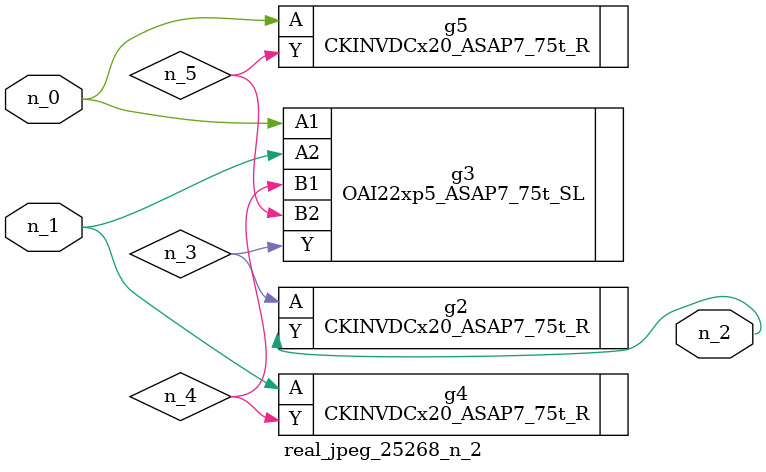
<source format=v>
module real_jpeg_25268_n_2 (n_1, n_0, n_2);

input n_1;
input n_0;

output n_2;

wire n_5;
wire n_4;
wire n_3;

OAI22xp5_ASAP7_75t_SL g3 ( 
.A1(n_0),
.A2(n_1),
.B1(n_4),
.B2(n_5),
.Y(n_3)
);

CKINVDCx20_ASAP7_75t_R g5 ( 
.A(n_0),
.Y(n_5)
);

CKINVDCx20_ASAP7_75t_R g4 ( 
.A(n_1),
.Y(n_4)
);

CKINVDCx20_ASAP7_75t_R g2 ( 
.A(n_3),
.Y(n_2)
);


endmodule
</source>
